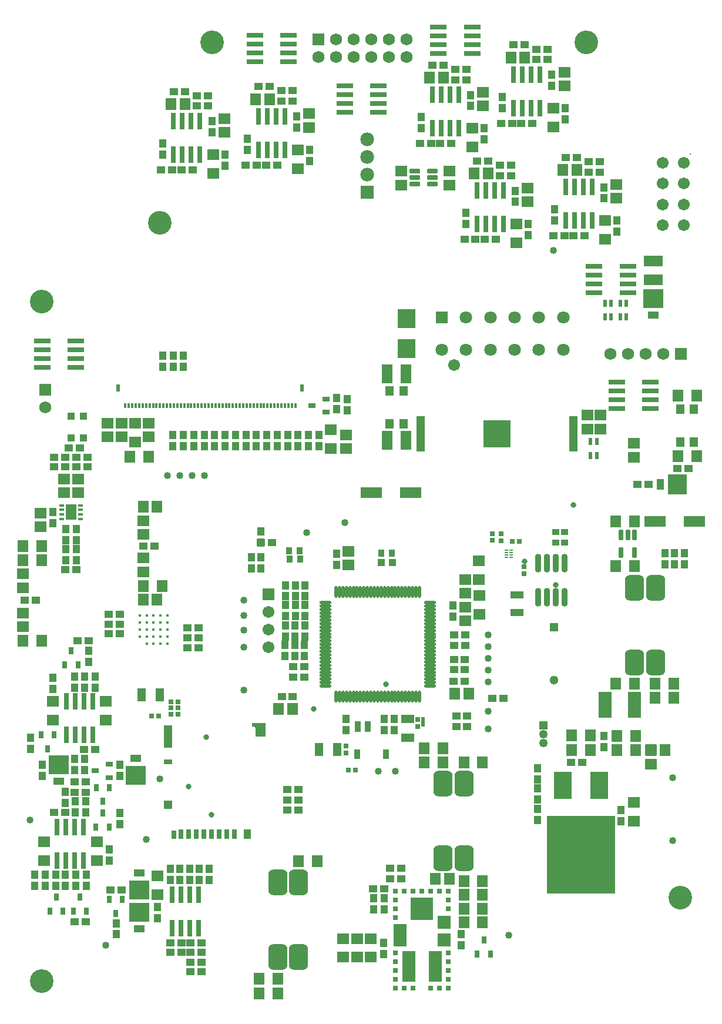
<source format=gts>
G04*
G04 #@! TF.GenerationSoftware,Altium Limited,Altium Designer,23.1.1 (15)*
G04*
G04 Layer_Color=8388736*
%FSLAX44Y44*%
%MOMM*%
G71*
G04*
G04 #@! TF.SameCoordinates,789140C7-5683-4E61-8DB6-192B0B8D3B33*
G04*
G04*
G04 #@! TF.FilePolarity,Negative*
G04*
G01*
G75*
%ADD22R,1.2000X3.2000*%
%ADD23C,1.3106*%
%ADD24R,1.2000X1.2000*%
%ADD25R,1.2000X0.8000*%
%ADD26R,0.7000X1.2000*%
%ADD27R,0.7000X1.4000*%
%ADD28R,1.0000X1.4000*%
%ADD31R,1.2700X5.0800*%
%ADD34R,1.9000X1.1000*%
%ADD47R,0.3000X0.8000*%
%ADD50R,0.9500X1.4000*%
%ADD74R,1.9200X4.4600*%
%ADD75R,3.1900X3.1900*%
%ADD76R,1.9200X1.9200*%
%ADD77R,1.9200X3.1900*%
%ADD78R,0.7000X0.7000*%
%ADD80R,0.5300X0.2000*%
%ADD81R,1.1532X1.1032*%
%ADD82R,0.8032X0.7032*%
%ADD83R,3.9600X3.9600*%
%ADD84R,3.0532X1.6032*%
%ADD85O,0.9032X2.7032*%
%ADD86R,1.1032X0.9032*%
%ADD87C,1.0160*%
%ADD88R,1.3032X1.9032*%
%ADD89R,0.7032X0.8032*%
%ADD90C,0.4520*%
%ADD91R,1.5032X1.8032*%
%ADD92R,1.1032X1.1532*%
%ADD93R,0.8020X0.3520*%
%ADD94R,1.5520X2.3020*%
%ADD95R,1.0032X0.7032*%
G04:AMPARAMS|DCode=96|XSize=3.7332mm|YSize=2.7432mm|CornerRadius=0.7366mm|HoleSize=0mm|Usage=FLASHONLY|Rotation=270.000|XOffset=0mm|YOffset=0mm|HoleType=Round|Shape=RoundedRectangle|*
%AMROUNDEDRECTD96*
21,1,3.7332,1.2700,0,0,270.0*
21,1,2.2600,2.7432,0,0,270.0*
1,1,1.4732,-0.6350,-1.1300*
1,1,1.4732,-0.6350,1.1300*
1,1,1.4732,0.6350,1.1300*
1,1,1.4732,0.6350,-1.1300*
%
%ADD96ROUNDEDRECTD96*%
%ADD97R,1.1032X1.1032*%
%ADD98R,0.9532X1.6032*%
%ADD99R,0.6032X1.0032*%
%ADD100R,0.5032X0.7032*%
%ADD101O,1.7532X0.4532*%
%ADD102O,0.4532X1.7532*%
%ADD103R,1.9032X1.3032*%
%ADD104R,0.9032X1.1032*%
%ADD105R,1.5032X2.7032*%
%ADD106R,2.3532X0.8032*%
%ADD107R,2.5032X2.7032*%
%ADD108R,1.6032X1.7032*%
%ADD109R,2.5232X4.0132*%
%ADD110R,9.8532X11.2032*%
%ADD111R,1.8032X1.5032*%
%ADD112R,2.9632X2.7432*%
%ADD113R,1.5032X1.0032*%
%ADD114R,0.7032X1.0032*%
%ADD115R,0.8032X2.3532*%
%ADD116R,1.7032X1.6032*%
%ADD117R,2.7032X1.5032*%
%ADD118R,0.6032X1.1032*%
%ADD119R,1.1532X1.4532*%
%ADD120R,1.0032X1.5032*%
%ADD121R,2.7432X2.9632*%
G04:AMPARAMS|DCode=122|XSize=1.5032mm|YSize=0.7532mm|CornerRadius=0.2391mm|HoleSize=0mm|Usage=FLASHONLY|Rotation=270.000|XOffset=0mm|YOffset=0mm|HoleType=Round|Shape=RoundedRectangle|*
%AMROUNDEDRECTD122*
21,1,1.5032,0.2750,0,0,270.0*
21,1,1.0250,0.7532,0,0,270.0*
1,1,0.4782,-0.1375,-0.5125*
1,1,0.4782,-0.1375,0.5125*
1,1,0.4782,0.1375,0.5125*
1,1,0.4782,0.1375,-0.5125*
%
%ADD122ROUNDEDRECTD122*%
%ADD123R,1.9532X3.8032*%
G04:AMPARAMS|DCode=124|XSize=1.5032mm|YSize=0.7532mm|CornerRadius=0.2391mm|HoleSize=0mm|Usage=FLASHONLY|Rotation=0.000|XOffset=0mm|YOffset=0mm|HoleType=Round|Shape=RoundedRectangle|*
%AMROUNDEDRECTD124*
21,1,1.5032,0.2750,0,0,0.0*
21,1,1.0250,0.7532,0,0,0.0*
1,1,0.4782,0.5125,-0.1375*
1,1,0.4782,-0.5125,-0.1375*
1,1,0.4782,-0.5125,0.1375*
1,1,0.4782,0.5125,0.1375*
%
%ADD124ROUNDEDRECTD124*%
%ADD125R,1.3000X1.3000*%
%ADD126C,1.3000*%
%ADD127R,1.2532X1.2532*%
%ADD128C,1.2532*%
%ADD129C,1.7032*%
%ADD130C,0.2032*%
%ADD131R,1.7332X1.7332*%
%ADD132C,1.7332*%
%ADD133R,1.7032X1.7032*%
%ADD134C,1.8032*%
%ADD135R,1.8032X1.8032*%
%ADD136C,1.9812*%
%ADD137R,1.9812X1.9812*%
%ADD138C,3.4032*%
%ADD139R,1.7332X1.7332*%
%ADD140C,0.8032*%
G36*
X362727Y392196D02*
X347727D01*
Y404696D01*
X346227Y406196D01*
X342727D01*
Y411196D01*
X362727D01*
Y392196D01*
D02*
G37*
D22*
X222227Y391696D02*
D03*
D23*
X355009Y402290D02*
D03*
D24*
X222227Y293696D02*
D03*
D25*
Y355696D02*
D03*
D26*
X230727Y250696D02*
D03*
D27*
X240227Y251696D02*
D03*
X251227D02*
D03*
X262227D02*
D03*
X273227D02*
D03*
X284227D02*
D03*
X295227D02*
D03*
X306227D02*
D03*
X317227D02*
D03*
D28*
X336227D02*
D03*
D31*
X805810Y828040D02*
D03*
X586110D02*
D03*
D34*
X724408Y595882D02*
D03*
Y570882D02*
D03*
D47*
X160269Y868562D02*
D03*
X405269D02*
D03*
X165269D02*
D03*
X170269D02*
D03*
X175269Y868562D02*
D03*
X180269D02*
D03*
X185269D02*
D03*
X190269Y868562D02*
D03*
X195269Y868562D02*
D03*
X200269D02*
D03*
X205269D02*
D03*
X210269D02*
D03*
X215269D02*
D03*
X220269Y868562D02*
D03*
X225269D02*
D03*
X230269D02*
D03*
X235269D02*
D03*
X240269Y868562D02*
D03*
X245269D02*
D03*
X250269D02*
D03*
X255269D02*
D03*
X260269D02*
D03*
X265269Y868562D02*
D03*
X270269Y868562D02*
D03*
X275269D02*
D03*
X280269Y868562D02*
D03*
X285269Y868562D02*
D03*
X290269D02*
D03*
X295269Y868562D02*
D03*
X300269D02*
D03*
X305269Y868562D02*
D03*
X310269D02*
D03*
X315269D02*
D03*
X320269D02*
D03*
X325269Y868562D02*
D03*
X330269D02*
D03*
X335269D02*
D03*
X340269Y868562D02*
D03*
X345269D02*
D03*
X350269D02*
D03*
X355269D02*
D03*
X360269D02*
D03*
X365269Y868562D02*
D03*
X370269D02*
D03*
X375269Y868562D02*
D03*
X380269D02*
D03*
X385269D02*
D03*
X390269D02*
D03*
X395269D02*
D03*
X400269Y868562D02*
D03*
D50*
X535608Y366749D02*
D03*
X494108D02*
D03*
D74*
X568950Y60897D02*
D03*
X607050D02*
D03*
D75*
X588000Y143497D02*
D03*
D76*
X619800Y124397D02*
D03*
Y98997D02*
D03*
D77*
X556200Y105398D02*
D03*
D78*
X626100Y156147D02*
D03*
Y143448D02*
D03*
Y79948D02*
D03*
Y67248D02*
D03*
Y54548D02*
D03*
Y41848D02*
D03*
Y29148D02*
D03*
X613400D02*
D03*
X600700D02*
D03*
X575300D02*
D03*
X562600D02*
D03*
X549900D02*
D03*
Y41848D02*
D03*
Y54548D02*
D03*
Y67248D02*
D03*
Y79948D02*
D03*
Y130747D02*
D03*
Y143448D02*
D03*
Y156147D02*
D03*
Y168848D02*
D03*
X562600D02*
D03*
X575300D02*
D03*
X588000D02*
D03*
X600700D02*
D03*
X613400D02*
D03*
X626100D02*
D03*
D80*
X716012Y660526D02*
D03*
Y657026D02*
D03*
Y653526D02*
D03*
Y650026D02*
D03*
X709312D02*
D03*
Y653526D02*
D03*
Y657026D02*
D03*
Y660526D02*
D03*
D81*
X704976Y447040D02*
D03*
X688976D02*
D03*
X650340Y523190D02*
D03*
X634340D02*
D03*
X650340Y538190D02*
D03*
X634340Y538190D02*
D03*
X266003Y519430D02*
D03*
X250003D02*
D03*
X266003Y548640D02*
D03*
X250003Y548640D02*
D03*
X266003Y533933D02*
D03*
X250003D02*
D03*
X393512Y285844D02*
D03*
X409512Y285844D02*
D03*
X393512Y300849D02*
D03*
X409512Y300849D02*
D03*
X409512Y315844D02*
D03*
X393512Y315844D02*
D03*
X649350Y471170D02*
D03*
X633350D02*
D03*
X402210Y477520D02*
D03*
X418210D02*
D03*
X385700Y449252D02*
D03*
X401700D02*
D03*
X844000Y1205000D02*
D03*
X828000D02*
D03*
X844000Y1220000D02*
D03*
X828000D02*
D03*
X811000Y1226000D02*
D03*
X795000D02*
D03*
X806000Y1113000D02*
D03*
X822000D02*
D03*
X777000Y1113000D02*
D03*
X793000D02*
D03*
X956000Y778000D02*
D03*
X972000D02*
D03*
X819000Y355000D02*
D03*
X803000D02*
D03*
X402210Y492760D02*
D03*
X418210D02*
D03*
X186000Y666000D02*
D03*
X202000D02*
D03*
X107500Y529500D02*
D03*
X91500D02*
D03*
X136000Y540000D02*
D03*
X152000D02*
D03*
X136000Y554000D02*
D03*
X152000D02*
D03*
X152000Y568000D02*
D03*
X136000Y568000D02*
D03*
X542000Y187000D02*
D03*
X558000Y187000D02*
D03*
X533000Y173000D02*
D03*
X517000D02*
D03*
X558000Y202000D02*
D03*
X542000Y202000D02*
D03*
X653160Y421640D02*
D03*
X637160D02*
D03*
X653160Y406400D02*
D03*
X637160D02*
D03*
X649829Y502715D02*
D03*
X633829D02*
D03*
X649829Y488213D02*
D03*
X633829D02*
D03*
X225000Y81000D02*
D03*
X241000D02*
D03*
Y95000D02*
D03*
X225000D02*
D03*
X254000Y81000D02*
D03*
X270000D02*
D03*
X270000Y53000D02*
D03*
X254000Y53000D02*
D03*
X270000Y67000D02*
D03*
X254000D02*
D03*
X270000Y95000D02*
D03*
X254000Y95000D02*
D03*
X139000Y171000D02*
D03*
X155000D02*
D03*
X87000Y125500D02*
D03*
X103000D02*
D03*
X74000Y282500D02*
D03*
X58000D02*
D03*
X87000Y311500D02*
D03*
X103000D02*
D03*
X103000Y326500D02*
D03*
X87000D02*
D03*
X101000Y373000D02*
D03*
X117000Y373000D02*
D03*
X15000Y588000D02*
D03*
X31000D02*
D03*
X74000Y632000D02*
D03*
X90000D02*
D03*
X106000Y780114D02*
D03*
X90000D02*
D03*
X58000Y780114D02*
D03*
X74000Y780114D02*
D03*
X58000Y794114D02*
D03*
X74000Y794114D02*
D03*
X106000D02*
D03*
X90000D02*
D03*
X95000Y808000D02*
D03*
X79000Y808000D02*
D03*
X356000Y671000D02*
D03*
X372000D02*
D03*
X678000Y1108000D02*
D03*
X694000D02*
D03*
X649000Y1108000D02*
D03*
X665000D02*
D03*
X683000Y1221000D02*
D03*
X667000D02*
D03*
X716000Y1215000D02*
D03*
X700000D02*
D03*
X716000Y1200000D02*
D03*
X700000D02*
D03*
X630000Y1246000D02*
D03*
X614000D02*
D03*
X601000Y1246000D02*
D03*
X585000D02*
D03*
X603000Y1359000D02*
D03*
X619000D02*
D03*
X636000Y1353000D02*
D03*
X652000D02*
D03*
X636000Y1338000D02*
D03*
X652000D02*
D03*
X241000Y1208000D02*
D03*
X257000Y1208000D02*
D03*
X212000Y1208000D02*
D03*
X228000D02*
D03*
X246000Y1321000D02*
D03*
X230000Y1321000D02*
D03*
X279000Y1315000D02*
D03*
X263000D02*
D03*
X279000Y1300000D02*
D03*
X263000D02*
D03*
X769000Y1367000D02*
D03*
X753000D02*
D03*
X914000Y755000D02*
D03*
X898000D02*
D03*
X753000Y1382000D02*
D03*
X769000D02*
D03*
X720000Y1388000D02*
D03*
X736000D02*
D03*
X718000Y1275000D02*
D03*
X702000D02*
D03*
X747000Y1275000D02*
D03*
X731000D02*
D03*
X385000Y1307000D02*
D03*
X401000Y1307000D02*
D03*
X385000Y1322000D02*
D03*
X401000D02*
D03*
X352000Y1328000D02*
D03*
X368000Y1328000D02*
D03*
X350000Y1215000D02*
D03*
X334000Y1215000D02*
D03*
X379000Y1215000D02*
D03*
X363000D02*
D03*
D82*
X727982Y672846D02*
D03*
X717982D02*
D03*
X236140Y441960D02*
D03*
X226140D02*
D03*
X236060Y424180D02*
D03*
X226060D02*
D03*
X236140Y433324D02*
D03*
X226140D02*
D03*
X208454Y421894D02*
D03*
X198454D02*
D03*
X491664Y343662D02*
D03*
X481664D02*
D03*
D83*
X695960Y828040D02*
D03*
D84*
X514500Y743000D02*
D03*
X571500D02*
D03*
X980500Y702000D02*
D03*
X923500D02*
D03*
D85*
X793750Y641309D02*
D03*
X781050D02*
D03*
X768350D02*
D03*
X755650D02*
D03*
X793750Y592309D02*
D03*
X781050D02*
D03*
X768350D02*
D03*
X755650D02*
D03*
D86*
X780796Y686632D02*
D03*
Y671632D02*
D03*
X793496Y671632D02*
D03*
Y686632D02*
D03*
D87*
X132080Y91440D02*
D03*
X683006Y538226D02*
D03*
Y402844D02*
D03*
Y428244D02*
D03*
Y487934D02*
D03*
Y504698D02*
D03*
X525018Y342138D02*
D03*
X549402Y341630D02*
D03*
X476472Y700032D02*
D03*
X421640Y685800D02*
D03*
X683006Y470916D02*
D03*
X777240Y1092200D02*
D03*
X256540Y767588D02*
D03*
X274320D02*
D03*
X238760D02*
D03*
X220980D02*
D03*
X190500Y243840D02*
D03*
X331470Y458470D02*
D03*
X683006Y521462D02*
D03*
X210000Y331000D02*
D03*
X331470Y520700D02*
D03*
Y544830D02*
D03*
Y566420D02*
D03*
Y588010D02*
D03*
X949000Y333000D02*
D03*
X713000Y106000D02*
D03*
X23000Y272000D02*
D03*
X949000Y242000D02*
D03*
D88*
X210350Y451866D02*
D03*
X183350D02*
D03*
X466090Y373380D02*
D03*
X439090D02*
D03*
D89*
X688848Y684290D02*
D03*
Y674290D02*
D03*
X701548Y684116D02*
D03*
Y674116D02*
D03*
X735076Y626444D02*
D03*
Y636444D02*
D03*
X478790Y378380D02*
D03*
Y368380D02*
D03*
X581660Y416480D02*
D03*
Y406480D02*
D03*
D90*
X221000Y566001D02*
D03*
Y556001D02*
D03*
Y546001D02*
D03*
Y536001D02*
D03*
Y526001D02*
D03*
X211000Y566001D02*
D03*
Y556001D02*
D03*
Y546001D02*
D03*
Y536001D02*
D03*
Y526001D02*
D03*
X201000Y566001D02*
D03*
X201000Y556001D02*
D03*
Y546001D02*
D03*
Y536001D02*
D03*
Y526001D02*
D03*
X191000Y566001D02*
D03*
Y556001D02*
D03*
X191000Y546001D02*
D03*
X191000Y536001D02*
D03*
Y526001D02*
D03*
X181000Y566001D02*
D03*
Y556001D02*
D03*
Y546001D02*
D03*
Y536001D02*
D03*
D91*
X410006Y212167D02*
D03*
X437006D02*
D03*
X353000Y22000D02*
D03*
X380000Y22000D02*
D03*
X380000Y43000D02*
D03*
X353000Y43000D02*
D03*
X983500Y883000D02*
D03*
X956500D02*
D03*
X983500Y796000D02*
D03*
X956500D02*
D03*
X867000Y637000D02*
D03*
X894000D02*
D03*
X951000Y468000D02*
D03*
X924000Y468000D02*
D03*
X924000Y448000D02*
D03*
X951000D02*
D03*
X867000Y468000D02*
D03*
X894000Y468000D02*
D03*
X896000Y393000D02*
D03*
X869000D02*
D03*
X830201Y372499D02*
D03*
X803201D02*
D03*
X830201Y393499D02*
D03*
X803201D02*
D03*
X193840Y794767D02*
D03*
X166840Y794767D02*
D03*
X213000Y609000D02*
D03*
X186000D02*
D03*
X648200Y124000D02*
D03*
X675200Y124000D02*
D03*
X648200Y144000D02*
D03*
X675200Y144000D02*
D03*
X648200Y184000D02*
D03*
X675200Y184000D02*
D03*
X648200Y164000D02*
D03*
X675200Y164000D02*
D03*
X648200Y355000D02*
D03*
X675200D02*
D03*
X591200Y375000D02*
D03*
X618200Y375000D02*
D03*
X618200Y355000D02*
D03*
X591200Y355000D02*
D03*
X40000Y530000D02*
D03*
X13000D02*
D03*
X40000Y646000D02*
D03*
X13000D02*
D03*
X40000Y666000D02*
D03*
X13000Y666000D02*
D03*
X896000Y372000D02*
D03*
X869000Y372000D02*
D03*
X894000Y702000D02*
D03*
X867000Y702000D02*
D03*
D92*
X56000Y715000D02*
D03*
Y699000D02*
D03*
X244215Y940560D02*
D03*
Y924560D02*
D03*
X229215Y924560D02*
D03*
X229215Y940560D02*
D03*
X214215D02*
D03*
Y924560D02*
D03*
X875000Y286000D02*
D03*
Y270000D02*
D03*
X137000Y229500D02*
D03*
X137000Y213500D02*
D03*
X152000Y281500D02*
D03*
X152000Y265500D02*
D03*
X356000Y650000D02*
D03*
Y634000D02*
D03*
X342000D02*
D03*
Y650000D02*
D03*
X391162Y609833D02*
D03*
Y593833D02*
D03*
X419160Y565330D02*
D03*
Y581330D02*
D03*
X405160Y565330D02*
D03*
Y581330D02*
D03*
X391160Y565330D02*
D03*
Y581330D02*
D03*
X405163Y609833D02*
D03*
Y593833D02*
D03*
X419162Y609833D02*
D03*
Y593833D02*
D03*
X478737Y417500D02*
D03*
Y401500D02*
D03*
X779000Y1151000D02*
D03*
Y1135000D02*
D03*
X850000Y1183000D02*
D03*
Y1167000D02*
D03*
X869000Y1119000D02*
D03*
Y1135000D02*
D03*
X966000Y656250D02*
D03*
Y640250D02*
D03*
X952000Y640250D02*
D03*
X952000Y656250D02*
D03*
X938000Y640250D02*
D03*
X938000Y656250D02*
D03*
X754200Y346000D02*
D03*
X754200Y330000D02*
D03*
X754200Y288000D02*
D03*
X754200Y272000D02*
D03*
X754200Y301000D02*
D03*
X754200Y317000D02*
D03*
X850000Y377000D02*
D03*
Y393000D02*
D03*
X632460Y564770D02*
D03*
Y580770D02*
D03*
X644000Y107000D02*
D03*
X644000Y91000D02*
D03*
X532200Y79000D02*
D03*
Y95000D02*
D03*
X533000Y143000D02*
D03*
Y159000D02*
D03*
X518000D02*
D03*
Y143000D02*
D03*
X547902Y400940D02*
D03*
X547902Y416940D02*
D03*
X533400Y400940D02*
D03*
Y416940D02*
D03*
X390970Y536035D02*
D03*
Y552035D02*
D03*
X404970Y536035D02*
D03*
Y552035D02*
D03*
X418970Y536035D02*
D03*
Y552035D02*
D03*
X418467Y523532D02*
D03*
Y507533D02*
D03*
X404468Y523532D02*
D03*
Y507533D02*
D03*
X390467Y523532D02*
D03*
Y507533D02*
D03*
X207000Y130000D02*
D03*
Y146000D02*
D03*
X281000Y185000D02*
D03*
Y201000D02*
D03*
X267000Y201000D02*
D03*
Y185000D02*
D03*
X253000D02*
D03*
X253000Y201000D02*
D03*
X239000Y185000D02*
D03*
X239000Y201000D02*
D03*
X225000Y201000D02*
D03*
Y185000D02*
D03*
X104000Y176500D02*
D03*
Y192500D02*
D03*
X89000Y176500D02*
D03*
X89000Y192500D02*
D03*
X147000Y123000D02*
D03*
Y107000D02*
D03*
X74000Y192500D02*
D03*
X74000Y176500D02*
D03*
X60000D02*
D03*
Y192500D02*
D03*
X45000Y176500D02*
D03*
X45000Y192500D02*
D03*
X30000D02*
D03*
Y176500D02*
D03*
X103000Y298500D02*
D03*
Y282500D02*
D03*
X88000D02*
D03*
Y298500D02*
D03*
X74000Y312500D02*
D03*
Y296500D02*
D03*
X41000Y351500D02*
D03*
Y335500D02*
D03*
X102000Y359500D02*
D03*
Y343500D02*
D03*
X87000Y359500D02*
D03*
X87000Y343500D02*
D03*
X24000Y390500D02*
D03*
Y374500D02*
D03*
X55500Y476502D02*
D03*
Y460502D02*
D03*
X102000Y462500D02*
D03*
Y478500D02*
D03*
X87000Y462500D02*
D03*
X87000Y478500D02*
D03*
X117000D02*
D03*
Y462500D02*
D03*
X107500Y499500D02*
D03*
Y515500D02*
D03*
X89500Y662000D02*
D03*
X89500Y646000D02*
D03*
X74500Y662000D02*
D03*
Y646000D02*
D03*
Y691000D02*
D03*
Y675000D02*
D03*
X89500Y691000D02*
D03*
Y675000D02*
D03*
X439420Y825880D02*
D03*
Y809880D02*
D03*
X424376Y825880D02*
D03*
X424376Y809880D02*
D03*
X409332Y825880D02*
D03*
Y809880D02*
D03*
X394288Y825880D02*
D03*
X394288Y809880D02*
D03*
X379245Y825880D02*
D03*
Y809880D02*
D03*
X364201D02*
D03*
Y825880D02*
D03*
X349157Y809880D02*
D03*
Y825880D02*
D03*
X334114Y825880D02*
D03*
Y809880D02*
D03*
X319070Y825880D02*
D03*
Y809880D02*
D03*
X304026D02*
D03*
X304026Y825880D02*
D03*
X288982Y809880D02*
D03*
X288982Y825880D02*
D03*
X273939Y825880D02*
D03*
Y809880D02*
D03*
X258895Y809880D02*
D03*
Y825880D02*
D03*
X243851Y825880D02*
D03*
Y809880D02*
D03*
X228807Y809880D02*
D03*
Y825880D02*
D03*
X356000Y671000D02*
D03*
Y687000D02*
D03*
X651000Y1146000D02*
D03*
Y1130000D02*
D03*
X722000Y1178000D02*
D03*
Y1162000D02*
D03*
X741000Y1114000D02*
D03*
X741000Y1130000D02*
D03*
X587000Y1268000D02*
D03*
Y1284000D02*
D03*
X658000Y1300000D02*
D03*
Y1316000D02*
D03*
X677000Y1268000D02*
D03*
X677000Y1252000D02*
D03*
X464820Y638970D02*
D03*
Y654970D02*
D03*
X214000Y1246000D02*
D03*
Y1230000D02*
D03*
X285000Y1278000D02*
D03*
Y1262000D02*
D03*
X304000Y1214000D02*
D03*
X304000Y1230000D02*
D03*
X152000Y335000D02*
D03*
Y351000D02*
D03*
X464820Y863220D02*
D03*
Y879220D02*
D03*
X480060Y877950D02*
D03*
Y861950D02*
D03*
X794000Y1297000D02*
D03*
X794000Y1281000D02*
D03*
X775000Y1329000D02*
D03*
Y1345000D02*
D03*
X704000Y1297000D02*
D03*
Y1313000D02*
D03*
X426000Y1237000D02*
D03*
X426000Y1221000D02*
D03*
X407000Y1269000D02*
D03*
Y1285000D02*
D03*
X336000Y1237000D02*
D03*
Y1253000D02*
D03*
D93*
X68300Y724864D02*
D03*
X68300Y718364D02*
D03*
X68300Y711864D02*
D03*
X68300Y705364D02*
D03*
X95700Y724864D02*
D03*
X95700Y718364D02*
D03*
X95700Y711864D02*
D03*
X95700Y705364D02*
D03*
D94*
X82000Y715114D02*
D03*
D95*
X449420Y859180D02*
D03*
Y878180D02*
D03*
X429420Y868680D02*
D03*
X117000Y342500D02*
D03*
X137000Y352000D02*
D03*
Y333000D02*
D03*
D96*
X648300Y216250D02*
D03*
X618100D02*
D03*
Y323750D02*
D03*
X648300D02*
D03*
X410200Y181500D02*
D03*
X380000D02*
D03*
Y74000D02*
D03*
X410200D02*
D03*
X924200Y498500D02*
D03*
X894000D02*
D03*
Y606000D02*
D03*
X924200D02*
D03*
D97*
X528900Y642620D02*
D03*
X544900D02*
D03*
X100000Y822000D02*
D03*
X82000Y853000D02*
D03*
X100000D02*
D03*
X82000Y822000D02*
D03*
D98*
X509740Y406400D02*
D03*
X495240D02*
D03*
D99*
X415265Y893560D02*
D03*
X150265Y893560D02*
D03*
D100*
X589280Y416520D02*
D03*
Y409520D02*
D03*
D101*
X448750Y464560D02*
D03*
Y469560D02*
D03*
Y474560D02*
D03*
Y479560D02*
D03*
Y484560D02*
D03*
Y489560D02*
D03*
Y494560D02*
D03*
Y499560D02*
D03*
Y504560D02*
D03*
Y509560D02*
D03*
Y514560D02*
D03*
Y519560D02*
D03*
Y524560D02*
D03*
Y529560D02*
D03*
Y534560D02*
D03*
Y539560D02*
D03*
Y544560D02*
D03*
Y549560D02*
D03*
Y554560D02*
D03*
Y559560D02*
D03*
Y564560D02*
D03*
Y569560D02*
D03*
Y574560D02*
D03*
Y579560D02*
D03*
Y584560D02*
D03*
X599250D02*
D03*
Y579560D02*
D03*
Y574560D02*
D03*
Y569560D02*
D03*
Y564560D02*
D03*
Y559560D02*
D03*
Y554560D02*
D03*
Y549560D02*
D03*
Y544560D02*
D03*
Y539560D02*
D03*
Y534560D02*
D03*
Y529560D02*
D03*
Y524560D02*
D03*
Y519560D02*
D03*
Y514560D02*
D03*
Y509560D02*
D03*
Y504560D02*
D03*
Y499560D02*
D03*
Y494560D02*
D03*
Y489560D02*
D03*
Y484560D02*
D03*
Y479560D02*
D03*
Y474560D02*
D03*
Y469560D02*
D03*
Y464560D02*
D03*
D102*
X464000Y599810D02*
D03*
X469000D02*
D03*
X474000D02*
D03*
X479000D02*
D03*
X484000D02*
D03*
X489000D02*
D03*
X494000D02*
D03*
X499000D02*
D03*
X504000D02*
D03*
X509000D02*
D03*
X514000D02*
D03*
X519000D02*
D03*
X524000D02*
D03*
X529000D02*
D03*
X534000D02*
D03*
X539000D02*
D03*
X544000D02*
D03*
X549000D02*
D03*
X554000D02*
D03*
X559000D02*
D03*
X564000D02*
D03*
X569000D02*
D03*
X574000D02*
D03*
X579000D02*
D03*
X584000D02*
D03*
Y449310D02*
D03*
X579000D02*
D03*
X574000D02*
D03*
X569000D02*
D03*
X564000D02*
D03*
X559000D02*
D03*
X554000D02*
D03*
X549000D02*
D03*
X544000D02*
D03*
X539000D02*
D03*
X534000D02*
D03*
X529000D02*
D03*
X524000D02*
D03*
X519000D02*
D03*
X514000D02*
D03*
X509000D02*
D03*
X504000D02*
D03*
X499000D02*
D03*
X494000D02*
D03*
X489000D02*
D03*
X484000D02*
D03*
X479000D02*
D03*
X474000D02*
D03*
X469000D02*
D03*
X464000D02*
D03*
D103*
X566948Y417360D02*
D03*
Y390360D02*
D03*
D104*
X397510Y647445D02*
D03*
X412510D02*
D03*
X529400Y655758D02*
D03*
X544400D02*
D03*
X411360Y659448D02*
D03*
X396360D02*
D03*
D105*
X537500Y914000D02*
D03*
X564500D02*
D03*
Y819000D02*
D03*
X537500D02*
D03*
D106*
X89123Y923823D02*
D03*
Y936523D02*
D03*
Y949223D02*
D03*
Y961923D02*
D03*
X40623Y923823D02*
D03*
Y936523D02*
D03*
Y949223D02*
D03*
Y961923D02*
D03*
X660123Y1375823D02*
D03*
Y1388523D02*
D03*
Y1401223D02*
D03*
Y1413923D02*
D03*
X611623Y1375823D02*
D03*
Y1388523D02*
D03*
Y1401223D02*
D03*
Y1413923D02*
D03*
X835877Y1069177D02*
D03*
Y1056477D02*
D03*
X835877Y1043777D02*
D03*
X835877Y1031077D02*
D03*
X884377Y1069177D02*
D03*
Y1056477D02*
D03*
Y1043777D02*
D03*
Y1031077D02*
D03*
X868877Y902177D02*
D03*
X868877Y889477D02*
D03*
Y876777D02*
D03*
X868877Y864077D02*
D03*
X917377Y902177D02*
D03*
Y889477D02*
D03*
Y876777D02*
D03*
Y864077D02*
D03*
X476623Y1328923D02*
D03*
Y1316223D02*
D03*
Y1303523D02*
D03*
Y1290823D02*
D03*
X525123Y1328923D02*
D03*
Y1316223D02*
D03*
Y1303523D02*
D03*
Y1290823D02*
D03*
X395377Y1364077D02*
D03*
Y1376777D02*
D03*
Y1389477D02*
D03*
Y1402177D02*
D03*
X346877Y1364077D02*
D03*
Y1376777D02*
D03*
Y1389477D02*
D03*
Y1402177D02*
D03*
D107*
X566000Y950500D02*
D03*
Y993500D02*
D03*
D108*
X186000Y723000D02*
D03*
X206000D02*
D03*
X655160Y453390D02*
D03*
X635160Y453390D02*
D03*
X381320Y432000D02*
D03*
X401320D02*
D03*
X791000Y1208000D02*
D03*
X811000D02*
D03*
X938000Y372000D02*
D03*
X918000D02*
D03*
X206000Y589000D02*
D03*
X186000D02*
D03*
X607000Y187000D02*
D03*
X627000D02*
D03*
X663000Y1203000D02*
D03*
X683000D02*
D03*
X619000Y1341000D02*
D03*
X599000D02*
D03*
X226000Y1303000D02*
D03*
X246000D02*
D03*
X736000Y1370000D02*
D03*
X716000D02*
D03*
X368000Y1310000D02*
D03*
X348000D02*
D03*
D109*
X843603Y322000D02*
D03*
X790803D02*
D03*
D110*
X817203Y222000D02*
D03*
D111*
X893200Y297000D02*
D03*
X893200Y270000D02*
D03*
X474200Y74000D02*
D03*
X474200Y101000D02*
D03*
X119000Y213500D02*
D03*
X119000Y240500D02*
D03*
X670560Y567998D02*
D03*
Y594997D02*
D03*
X670000Y645000D02*
D03*
Y618000D02*
D03*
X174030Y843270D02*
D03*
X174030Y816270D02*
D03*
X43000Y213500D02*
D03*
X43000Y240500D02*
D03*
X55500Y442502D02*
D03*
Y415502D02*
D03*
X132000Y442500D02*
D03*
X132000Y415500D02*
D03*
X456672Y806920D02*
D03*
Y833920D02*
D03*
X724000Y1103000D02*
D03*
Y1130000D02*
D03*
X660000Y1241000D02*
D03*
Y1268000D02*
D03*
X287000Y1203000D02*
D03*
Y1230000D02*
D03*
X494200Y101000D02*
D03*
Y74000D02*
D03*
X514200Y101000D02*
D03*
X514200Y74000D02*
D03*
X207000Y164000D02*
D03*
Y191000D02*
D03*
X852000Y1135000D02*
D03*
Y1108000D02*
D03*
X777000Y1297000D02*
D03*
Y1270000D02*
D03*
X409000Y1237000D02*
D03*
Y1210000D02*
D03*
D112*
X175000Y336000D02*
D03*
X921000Y1023000D02*
D03*
X180000Y139000D02*
D03*
X64000Y351500D02*
D03*
X180000Y171000D02*
D03*
D113*
X175000Y360300D02*
D03*
X921000Y998700D02*
D03*
X180000Y114700D02*
D03*
X64000Y327200D02*
D03*
X180000Y195300D02*
D03*
D114*
X128000Y298500D02*
D03*
X118500Y318500D02*
D03*
X137500D02*
D03*
X127500Y281500D02*
D03*
X137000Y261500D02*
D03*
X118000Y261500D02*
D03*
X667500Y79000D02*
D03*
X686500D02*
D03*
X677000Y99000D02*
D03*
X146508Y137000D02*
D03*
X137008Y157000D02*
D03*
X156008Y157000D02*
D03*
X95003Y160500D02*
D03*
X104503Y140500D02*
D03*
X85503D02*
D03*
X61000Y160500D02*
D03*
X70500Y140500D02*
D03*
X51500D02*
D03*
X48500Y374500D02*
D03*
X39000Y394500D02*
D03*
X58000D02*
D03*
X73000Y495500D02*
D03*
X92000D02*
D03*
X82500Y515500D02*
D03*
D115*
X794823Y1134877D02*
D03*
X807523D02*
D03*
X820223D02*
D03*
X832923D02*
D03*
X794823Y1183377D02*
D03*
X807523D02*
D03*
X820223D02*
D03*
X832923D02*
D03*
X228077Y115623D02*
D03*
X240777D02*
D03*
X253477D02*
D03*
X266177D02*
D03*
X228077Y164123D02*
D03*
X240777Y164123D02*
D03*
X253477D02*
D03*
X266177D02*
D03*
X99923Y261877D02*
D03*
X87223D02*
D03*
X74523D02*
D03*
X61823D02*
D03*
X99923Y213377D02*
D03*
X87223D02*
D03*
X74523D02*
D03*
X61823Y213377D02*
D03*
X75077Y394123D02*
D03*
X87777D02*
D03*
X100477D02*
D03*
X113177D02*
D03*
X75077Y442623D02*
D03*
X87777Y442623D02*
D03*
X100477Y442623D02*
D03*
X113177D02*
D03*
X666823Y1129877D02*
D03*
X679523D02*
D03*
X692223Y1129877D02*
D03*
X704923Y1129877D02*
D03*
X666823Y1178377D02*
D03*
X679523D02*
D03*
X692223D02*
D03*
X704923D02*
D03*
X640923Y1316377D02*
D03*
X628223D02*
D03*
X615523D02*
D03*
X602823D02*
D03*
X640923Y1267877D02*
D03*
X628223Y1267877D02*
D03*
X615523Y1267877D02*
D03*
X602823D02*
D03*
X229823Y1229877D02*
D03*
X242523D02*
D03*
X255223Y1229877D02*
D03*
X267923Y1229877D02*
D03*
X229823Y1278377D02*
D03*
X242523Y1278377D02*
D03*
X255223Y1278377D02*
D03*
X267923D02*
D03*
X389923Y1285377D02*
D03*
X377223D02*
D03*
X364523D02*
D03*
X351823D02*
D03*
X389923Y1236877D02*
D03*
X377223Y1236877D02*
D03*
X364523Y1236877D02*
D03*
X351823D02*
D03*
X757923Y1345377D02*
D03*
X745223D02*
D03*
X732523D02*
D03*
X719823D02*
D03*
X757923Y1296877D02*
D03*
X745223Y1296877D02*
D03*
X732523Y1296877D02*
D03*
X719823D02*
D03*
D116*
X868000Y1187000D02*
D03*
Y1167000D02*
D03*
X893000Y794000D02*
D03*
X893000Y814000D02*
D03*
X918000Y352000D02*
D03*
Y372000D02*
D03*
X650240Y558327D02*
D03*
Y578327D02*
D03*
X482073Y658970D02*
D03*
Y638970D02*
D03*
X649997Y598330D02*
D03*
Y618330D02*
D03*
X194030Y843270D02*
D03*
Y823270D02*
D03*
X154760Y843270D02*
D03*
Y823270D02*
D03*
X135030Y843270D02*
D03*
X135030Y823270D02*
D03*
X186000Y683000D02*
D03*
Y703000D02*
D03*
Y649000D02*
D03*
Y629000D02*
D03*
X13000Y550000D02*
D03*
X13000Y570000D02*
D03*
Y606000D02*
D03*
Y626000D02*
D03*
X92000Y743114D02*
D03*
Y763114D02*
D03*
X72000Y743114D02*
D03*
Y763114D02*
D03*
X92000Y743114D02*
D03*
Y763114D02*
D03*
X72000Y743114D02*
D03*
Y763114D02*
D03*
X740000Y1182000D02*
D03*
Y1162000D02*
D03*
X676000Y1300000D02*
D03*
Y1320000D02*
D03*
X303000Y1282000D02*
D03*
Y1262000D02*
D03*
X478790Y826610D02*
D03*
Y806610D02*
D03*
X558000Y1206000D02*
D03*
Y1186000D02*
D03*
X627000Y1206000D02*
D03*
Y1186000D02*
D03*
X793000Y1329000D02*
D03*
Y1349000D02*
D03*
X425000Y1269000D02*
D03*
Y1289000D02*
D03*
X826000Y855000D02*
D03*
Y835000D02*
D03*
X845000Y855000D02*
D03*
Y835000D02*
D03*
X38000Y714000D02*
D03*
Y694000D02*
D03*
D117*
X921000Y1050000D02*
D03*
Y1077000D02*
D03*
D118*
X873500Y1016000D02*
D03*
X873500Y996000D02*
D03*
X882000Y996000D02*
D03*
Y1016000D02*
D03*
X851500D02*
D03*
X851500Y996000D02*
D03*
X860000D02*
D03*
X860000Y1016000D02*
D03*
X831000Y797000D02*
D03*
Y817000D02*
D03*
X839500D02*
D03*
X839500Y797000D02*
D03*
D119*
X960000Y863750D02*
D03*
X960000Y816250D02*
D03*
X980000D02*
D03*
Y863750D02*
D03*
X541000Y889750D02*
D03*
Y842250D02*
D03*
X561000D02*
D03*
Y889750D02*
D03*
D120*
X931700Y755000D02*
D03*
D121*
X956000Y755000D02*
D03*
D122*
X894000Y657000D02*
D03*
X875000D02*
D03*
Y682000D02*
D03*
X884500Y682000D02*
D03*
X894000Y682000D02*
D03*
D123*
X894000Y438000D02*
D03*
X851500D02*
D03*
D124*
X577500Y1206500D02*
D03*
Y1197000D02*
D03*
Y1187500D02*
D03*
X602500D02*
D03*
Y1206500D02*
D03*
Y1197000D02*
D03*
D125*
X777848Y549556D02*
D03*
D126*
Y473556D02*
D03*
D127*
X763270Y407924D02*
D03*
D128*
Y395224D02*
D03*
Y382524D02*
D03*
D129*
X964960Y1158480D02*
D03*
Y1128480D02*
D03*
X934960D02*
D03*
Y1158480D02*
D03*
Y1188480D02*
D03*
Y1218480D02*
D03*
X964960D02*
D03*
Y1188480D02*
D03*
X367030Y520700D02*
D03*
Y546100D02*
D03*
Y571500D02*
D03*
X633775Y926852D02*
D03*
D130*
X974760Y1231280D02*
D03*
D131*
X960798Y942999D02*
D03*
X439002Y1396401D02*
D03*
D132*
X935398Y942999D02*
D03*
X909998D02*
D03*
X884598D02*
D03*
X859199D02*
D03*
X464402Y1396401D02*
D03*
X489802Y1371001D02*
D03*
X515201D02*
D03*
X489802Y1396401D02*
D03*
X515201Y1396401D02*
D03*
X540602Y1396401D02*
D03*
X566002D02*
D03*
X439002Y1371001D02*
D03*
X464402D02*
D03*
X540602D02*
D03*
X566002D02*
D03*
X44999Y865797D02*
D03*
D133*
X367030Y596900D02*
D03*
D134*
X791274Y949152D02*
D03*
X756274D02*
D03*
X721274D02*
D03*
X686274D02*
D03*
X651274D02*
D03*
X616274D02*
D03*
X791274Y995152D02*
D03*
X756274D02*
D03*
X721274D02*
D03*
X686274D02*
D03*
X651274D02*
D03*
D135*
X616274D02*
D03*
D136*
X508998Y1251801D02*
D03*
Y1226401D02*
D03*
Y1201001D02*
D03*
D137*
Y1175601D02*
D03*
D138*
X40000Y40000D02*
D03*
X40000Y1018500D02*
D03*
X210000Y1132000D02*
D03*
X285000Y1392000D02*
D03*
X960000Y160000D02*
D03*
X825000Y1392000D02*
D03*
D139*
X44999Y891197D02*
D03*
D140*
X251460Y320040D02*
D03*
X284227Y279147D02*
D03*
X276860Y391160D02*
D03*
X431800Y431800D02*
D03*
X535940Y467360D02*
D03*
X736092Y644144D02*
D03*
X805810Y725546D02*
D03*
X781050Y610362D02*
D03*
M02*

</source>
